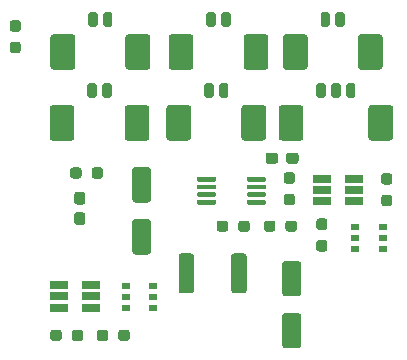
<source format=gtp>
G04 #@! TF.GenerationSoftware,KiCad,Pcbnew,5.1.10-88a1d61d58~90~ubuntu20.04.1*
G04 #@! TF.CreationDate,2021-11-23T17:05:44+00:00*
G04 #@! TF.ProjectId,LiPo-power,4c69506f-2d70-46f7-9765-722e6b696361,rev?*
G04 #@! TF.SameCoordinates,Original*
G04 #@! TF.FileFunction,Paste,Top*
G04 #@! TF.FilePolarity,Positive*
%FSLAX46Y46*%
G04 Gerber Fmt 4.6, Leading zero omitted, Abs format (unit mm)*
G04 Created by KiCad (PCBNEW 5.1.10-88a1d61d58~90~ubuntu20.04.1) date 2021-11-23 17:05:44*
%MOMM*%
%LPD*%
G01*
G04 APERTURE LIST*
%ADD10R,1.560000X0.650000*%
%ADD11R,0.700000X0.510000*%
G04 APERTURE END LIST*
G36*
G01*
X123037500Y-72287500D02*
X122562500Y-72287500D01*
G75*
G02*
X122325000Y-72050000I0J237500D01*
G01*
X122325000Y-71550000D01*
G75*
G02*
X122562500Y-71312500I237500J0D01*
G01*
X123037500Y-71312500D01*
G75*
G02*
X123275000Y-71550000I0J-237500D01*
G01*
X123275000Y-72050000D01*
G75*
G02*
X123037500Y-72287500I-237500J0D01*
G01*
G37*
G36*
G01*
X123037500Y-74112500D02*
X122562500Y-74112500D01*
G75*
G02*
X122325000Y-73875000I0J237500D01*
G01*
X122325000Y-73375000D01*
G75*
G02*
X122562500Y-73137500I237500J0D01*
G01*
X123037500Y-73137500D01*
G75*
G02*
X123275000Y-73375000I0J-237500D01*
G01*
X123275000Y-73875000D01*
G75*
G02*
X123037500Y-74112500I-237500J0D01*
G01*
G37*
G36*
G01*
X146237500Y-85162500D02*
X145762500Y-85162500D01*
G75*
G02*
X145525000Y-84925000I0J237500D01*
G01*
X145525000Y-84425000D01*
G75*
G02*
X145762500Y-84187500I237500J0D01*
G01*
X146237500Y-84187500D01*
G75*
G02*
X146475000Y-84425000I0J-237500D01*
G01*
X146475000Y-84925000D01*
G75*
G02*
X146237500Y-85162500I-237500J0D01*
G01*
G37*
G36*
G01*
X146237500Y-86987500D02*
X145762500Y-86987500D01*
G75*
G02*
X145525000Y-86750000I0J237500D01*
G01*
X145525000Y-86250000D01*
G75*
G02*
X145762500Y-86012500I237500J0D01*
G01*
X146237500Y-86012500D01*
G75*
G02*
X146475000Y-86250000I0J-237500D01*
G01*
X146475000Y-86750000D01*
G75*
G02*
X146237500Y-86987500I-237500J0D01*
G01*
G37*
D10*
X129200000Y-94700000D03*
X129200000Y-93750000D03*
X129200000Y-95650000D03*
X126500000Y-95650000D03*
X126500000Y-94700000D03*
X126500000Y-93750000D03*
G36*
G01*
X130662500Y-97762500D02*
X130662500Y-98237500D01*
G75*
G02*
X130425000Y-98475000I-237500J0D01*
G01*
X129925000Y-98475000D01*
G75*
G02*
X129687500Y-98237500I0J237500D01*
G01*
X129687500Y-97762500D01*
G75*
G02*
X129925000Y-97525000I237500J0D01*
G01*
X130425000Y-97525000D01*
G75*
G02*
X130662500Y-97762500I0J-237500D01*
G01*
G37*
G36*
G01*
X132487500Y-97762500D02*
X132487500Y-98237500D01*
G75*
G02*
X132250000Y-98475000I-237500J0D01*
G01*
X131750000Y-98475000D01*
G75*
G02*
X131512500Y-98237500I0J237500D01*
G01*
X131512500Y-97762500D01*
G75*
G02*
X131750000Y-97525000I237500J0D01*
G01*
X132250000Y-97525000D01*
G75*
G02*
X132487500Y-97762500I0J-237500D01*
G01*
G37*
G36*
G01*
X126737500Y-97762500D02*
X126737500Y-98237500D01*
G75*
G02*
X126500000Y-98475000I-237500J0D01*
G01*
X126000000Y-98475000D01*
G75*
G02*
X125762500Y-98237500I0J237500D01*
G01*
X125762500Y-97762500D01*
G75*
G02*
X126000000Y-97525000I237500J0D01*
G01*
X126500000Y-97525000D01*
G75*
G02*
X126737500Y-97762500I0J-237500D01*
G01*
G37*
G36*
G01*
X128562500Y-97762500D02*
X128562500Y-98237500D01*
G75*
G02*
X128325000Y-98475000I-237500J0D01*
G01*
X127825000Y-98475000D01*
G75*
G02*
X127587500Y-98237500I0J237500D01*
G01*
X127587500Y-97762500D01*
G75*
G02*
X127825000Y-97525000I237500J0D01*
G01*
X128325000Y-97525000D01*
G75*
G02*
X128562500Y-97762500I0J-237500D01*
G01*
G37*
D11*
X134500000Y-93800000D03*
X134500000Y-94750000D03*
X134500000Y-95700000D03*
X132180000Y-95700000D03*
X132180000Y-94750000D03*
X132180000Y-93800000D03*
G36*
G01*
X129262500Y-84487500D02*
X129262500Y-84012500D01*
G75*
G02*
X129500000Y-83775000I237500J0D01*
G01*
X130000000Y-83775000D01*
G75*
G02*
X130237500Y-84012500I0J-237500D01*
G01*
X130237500Y-84487500D01*
G75*
G02*
X130000000Y-84725000I-237500J0D01*
G01*
X129500000Y-84725000D01*
G75*
G02*
X129262500Y-84487500I0J237500D01*
G01*
G37*
G36*
G01*
X127437500Y-84487500D02*
X127437500Y-84012500D01*
G75*
G02*
X127675000Y-83775000I237500J0D01*
G01*
X128175000Y-83775000D01*
G75*
G02*
X128412500Y-84012500I0J-237500D01*
G01*
X128412500Y-84487500D01*
G75*
G02*
X128175000Y-84725000I-237500J0D01*
G01*
X127675000Y-84725000D01*
G75*
G02*
X127437500Y-84487500I0J237500D01*
G01*
G37*
G36*
G01*
X140825000Y-88512500D02*
X140825000Y-88987500D01*
G75*
G02*
X140587500Y-89225000I-237500J0D01*
G01*
X140087500Y-89225000D01*
G75*
G02*
X139850000Y-88987500I0J237500D01*
G01*
X139850000Y-88512500D01*
G75*
G02*
X140087500Y-88275000I237500J0D01*
G01*
X140587500Y-88275000D01*
G75*
G02*
X140825000Y-88512500I0J-237500D01*
G01*
G37*
G36*
G01*
X142650000Y-88512500D02*
X142650000Y-88987500D01*
G75*
G02*
X142412500Y-89225000I-237500J0D01*
G01*
X141912500Y-89225000D01*
G75*
G02*
X141675000Y-88987500I0J237500D01*
G01*
X141675000Y-88512500D01*
G75*
G02*
X141912500Y-88275000I237500J0D01*
G01*
X142412500Y-88275000D01*
G75*
G02*
X142650000Y-88512500I0J-237500D01*
G01*
G37*
G36*
G01*
X144825000Y-88512500D02*
X144825000Y-88987500D01*
G75*
G02*
X144587500Y-89225000I-237500J0D01*
G01*
X144087500Y-89225000D01*
G75*
G02*
X143850000Y-88987500I0J237500D01*
G01*
X143850000Y-88512500D01*
G75*
G02*
X144087500Y-88275000I237500J0D01*
G01*
X144587500Y-88275000D01*
G75*
G02*
X144825000Y-88512500I0J-237500D01*
G01*
G37*
G36*
G01*
X146650000Y-88512500D02*
X146650000Y-88987500D01*
G75*
G02*
X146412500Y-89225000I-237500J0D01*
G01*
X145912500Y-89225000D01*
G75*
G02*
X145675000Y-88987500I0J237500D01*
G01*
X145675000Y-88512500D01*
G75*
G02*
X145912500Y-88275000I237500J0D01*
G01*
X146412500Y-88275000D01*
G75*
G02*
X146650000Y-88512500I0J-237500D01*
G01*
G37*
G36*
G01*
X154012500Y-86087500D02*
X154487500Y-86087500D01*
G75*
G02*
X154725000Y-86325000I0J-237500D01*
G01*
X154725000Y-86825000D01*
G75*
G02*
X154487500Y-87062500I-237500J0D01*
G01*
X154012500Y-87062500D01*
G75*
G02*
X153775000Y-86825000I0J237500D01*
G01*
X153775000Y-86325000D01*
G75*
G02*
X154012500Y-86087500I237500J0D01*
G01*
G37*
G36*
G01*
X154012500Y-84262500D02*
X154487500Y-84262500D01*
G75*
G02*
X154725000Y-84500000I0J-237500D01*
G01*
X154725000Y-85000000D01*
G75*
G02*
X154487500Y-85237500I-237500J0D01*
G01*
X154012500Y-85237500D01*
G75*
G02*
X153775000Y-85000000I0J237500D01*
G01*
X153775000Y-84500000D01*
G75*
G02*
X154012500Y-84262500I237500J0D01*
G01*
G37*
G36*
G01*
X148512500Y-89925000D02*
X148987500Y-89925000D01*
G75*
G02*
X149225000Y-90162500I0J-237500D01*
G01*
X149225000Y-90662500D01*
G75*
G02*
X148987500Y-90900000I-237500J0D01*
G01*
X148512500Y-90900000D01*
G75*
G02*
X148275000Y-90662500I0J237500D01*
G01*
X148275000Y-90162500D01*
G75*
G02*
X148512500Y-89925000I237500J0D01*
G01*
G37*
G36*
G01*
X148512500Y-88100000D02*
X148987500Y-88100000D01*
G75*
G02*
X149225000Y-88337500I0J-237500D01*
G01*
X149225000Y-88837500D01*
G75*
G02*
X148987500Y-89075000I-237500J0D01*
G01*
X148512500Y-89075000D01*
G75*
G02*
X148275000Y-88837500I0J237500D01*
G01*
X148275000Y-88337500D01*
G75*
G02*
X148512500Y-88100000I237500J0D01*
G01*
G37*
G36*
G01*
X128012500Y-87575000D02*
X128487500Y-87575000D01*
G75*
G02*
X128725000Y-87812500I0J-237500D01*
G01*
X128725000Y-88412500D01*
G75*
G02*
X128487500Y-88650000I-237500J0D01*
G01*
X128012500Y-88650000D01*
G75*
G02*
X127775000Y-88412500I0J237500D01*
G01*
X127775000Y-87812500D01*
G75*
G02*
X128012500Y-87575000I237500J0D01*
G01*
G37*
G36*
G01*
X128012500Y-85850000D02*
X128487500Y-85850000D01*
G75*
G02*
X128725000Y-86087500I0J-237500D01*
G01*
X128725000Y-86687500D01*
G75*
G02*
X128487500Y-86925000I-237500J0D01*
G01*
X128012500Y-86925000D01*
G75*
G02*
X127775000Y-86687500I0J237500D01*
G01*
X127775000Y-86087500D01*
G75*
G02*
X128012500Y-85850000I237500J0D01*
G01*
G37*
G36*
G01*
X145712500Y-83237500D02*
X145712500Y-82762500D01*
G75*
G02*
X145950000Y-82525000I237500J0D01*
G01*
X146550000Y-82525000D01*
G75*
G02*
X146787500Y-82762500I0J-237500D01*
G01*
X146787500Y-83237500D01*
G75*
G02*
X146550000Y-83475000I-237500J0D01*
G01*
X145950000Y-83475000D01*
G75*
G02*
X145712500Y-83237500I0J237500D01*
G01*
G37*
G36*
G01*
X143987500Y-83237500D02*
X143987500Y-82762500D01*
G75*
G02*
X144225000Y-82525000I237500J0D01*
G01*
X144825000Y-82525000D01*
G75*
G02*
X145062500Y-82762500I0J-237500D01*
G01*
X145062500Y-83237500D01*
G75*
G02*
X144825000Y-83475000I-237500J0D01*
G01*
X144225000Y-83475000D01*
G75*
G02*
X143987500Y-83237500I0J237500D01*
G01*
G37*
G36*
G01*
X141950000Y-81250100D02*
X141950000Y-78749900D01*
G75*
G02*
X142199900Y-78500000I249900J0D01*
G01*
X143800100Y-78500000D01*
G75*
G02*
X144050000Y-78749900I0J-249900D01*
G01*
X144050000Y-81250100D01*
G75*
G02*
X143800100Y-81500000I-249900J0D01*
G01*
X142199900Y-81500000D01*
G75*
G02*
X141950000Y-81250100I0J249900D01*
G01*
G37*
G36*
G01*
X135600000Y-81250100D02*
X135600000Y-78749900D01*
G75*
G02*
X135849900Y-78500000I249900J0D01*
G01*
X137450100Y-78500000D01*
G75*
G02*
X137700000Y-78749900I0J-249900D01*
G01*
X137700000Y-81250100D01*
G75*
G02*
X137450100Y-81500000I-249900J0D01*
G01*
X135849900Y-81500000D01*
G75*
G02*
X135600000Y-81250100I0J249900D01*
G01*
G37*
G36*
G01*
X140050000Y-77700000D02*
X140050000Y-76800000D01*
G75*
G02*
X140250000Y-76600000I200000J0D01*
G01*
X140650000Y-76600000D01*
G75*
G02*
X140850000Y-76800000I0J-200000D01*
G01*
X140850000Y-77700000D01*
G75*
G02*
X140650000Y-77900000I-200000J0D01*
G01*
X140250000Y-77900000D01*
G75*
G02*
X140050000Y-77700000I0J200000D01*
G01*
G37*
G36*
G01*
X138800000Y-77700000D02*
X138800000Y-76800000D01*
G75*
G02*
X139000000Y-76600000I200000J0D01*
G01*
X139400000Y-76600000D01*
G75*
G02*
X139600000Y-76800000I0J-200000D01*
G01*
X139600000Y-77700000D01*
G75*
G02*
X139400000Y-77900000I-200000J0D01*
G01*
X139000000Y-77900000D01*
G75*
G02*
X138800000Y-77700000I0J200000D01*
G01*
G37*
G36*
G01*
X132050000Y-81250100D02*
X132050000Y-78749900D01*
G75*
G02*
X132299900Y-78500000I249900J0D01*
G01*
X133900100Y-78500000D01*
G75*
G02*
X134150000Y-78749900I0J-249900D01*
G01*
X134150000Y-81250100D01*
G75*
G02*
X133900100Y-81500000I-249900J0D01*
G01*
X132299900Y-81500000D01*
G75*
G02*
X132050000Y-81250100I0J249900D01*
G01*
G37*
G36*
G01*
X125700000Y-81250100D02*
X125700000Y-78749900D01*
G75*
G02*
X125949900Y-78500000I249900J0D01*
G01*
X127550100Y-78500000D01*
G75*
G02*
X127800000Y-78749900I0J-249900D01*
G01*
X127800000Y-81250100D01*
G75*
G02*
X127550100Y-81500000I-249900J0D01*
G01*
X125949900Y-81500000D01*
G75*
G02*
X125700000Y-81250100I0J249900D01*
G01*
G37*
G36*
G01*
X130150000Y-77700000D02*
X130150000Y-76800000D01*
G75*
G02*
X130350000Y-76600000I200000J0D01*
G01*
X130750000Y-76600000D01*
G75*
G02*
X130950000Y-76800000I0J-200000D01*
G01*
X130950000Y-77700000D01*
G75*
G02*
X130750000Y-77900000I-200000J0D01*
G01*
X130350000Y-77900000D01*
G75*
G02*
X130150000Y-77700000I0J200000D01*
G01*
G37*
G36*
G01*
X128900000Y-77700000D02*
X128900000Y-76800000D01*
G75*
G02*
X129100000Y-76600000I200000J0D01*
G01*
X129500000Y-76600000D01*
G75*
G02*
X129700000Y-76800000I0J-200000D01*
G01*
X129700000Y-77700000D01*
G75*
G02*
X129500000Y-77900000I-200000J0D01*
G01*
X129100000Y-77900000D01*
G75*
G02*
X128900000Y-77700000I0J200000D01*
G01*
G37*
G36*
G01*
X151800000Y-75250100D02*
X151800000Y-72749900D01*
G75*
G02*
X152049900Y-72500000I249900J0D01*
G01*
X153650100Y-72500000D01*
G75*
G02*
X153900000Y-72749900I0J-249900D01*
G01*
X153900000Y-75250100D01*
G75*
G02*
X153650100Y-75500000I-249900J0D01*
G01*
X152049900Y-75500000D01*
G75*
G02*
X151800000Y-75250100I0J249900D01*
G01*
G37*
G36*
G01*
X145450000Y-75250100D02*
X145450000Y-72749900D01*
G75*
G02*
X145699900Y-72500000I249900J0D01*
G01*
X147300100Y-72500000D01*
G75*
G02*
X147550000Y-72749900I0J-249900D01*
G01*
X147550000Y-75250100D01*
G75*
G02*
X147300100Y-75500000I-249900J0D01*
G01*
X145699900Y-75500000D01*
G75*
G02*
X145450000Y-75250100I0J249900D01*
G01*
G37*
G36*
G01*
X149900000Y-71700000D02*
X149900000Y-70800000D01*
G75*
G02*
X150100000Y-70600000I200000J0D01*
G01*
X150500000Y-70600000D01*
G75*
G02*
X150700000Y-70800000I0J-200000D01*
G01*
X150700000Y-71700000D01*
G75*
G02*
X150500000Y-71900000I-200000J0D01*
G01*
X150100000Y-71900000D01*
G75*
G02*
X149900000Y-71700000I0J200000D01*
G01*
G37*
G36*
G01*
X148650000Y-71700000D02*
X148650000Y-70800000D01*
G75*
G02*
X148850000Y-70600000I200000J0D01*
G01*
X149250000Y-70600000D01*
G75*
G02*
X149450000Y-70800000I0J-200000D01*
G01*
X149450000Y-71700000D01*
G75*
G02*
X149250000Y-71900000I-200000J0D01*
G01*
X148850000Y-71900000D01*
G75*
G02*
X148650000Y-71700000I0J200000D01*
G01*
G37*
G36*
G01*
X142125000Y-75250100D02*
X142125000Y-72749900D01*
G75*
G02*
X142374900Y-72500000I249900J0D01*
G01*
X143975100Y-72500000D01*
G75*
G02*
X144225000Y-72749900I0J-249900D01*
G01*
X144225000Y-75250100D01*
G75*
G02*
X143975100Y-75500000I-249900J0D01*
G01*
X142374900Y-75500000D01*
G75*
G02*
X142125000Y-75250100I0J249900D01*
G01*
G37*
G36*
G01*
X135775000Y-75250100D02*
X135775000Y-72749900D01*
G75*
G02*
X136024900Y-72500000I249900J0D01*
G01*
X137625100Y-72500000D01*
G75*
G02*
X137875000Y-72749900I0J-249900D01*
G01*
X137875000Y-75250100D01*
G75*
G02*
X137625100Y-75500000I-249900J0D01*
G01*
X136024900Y-75500000D01*
G75*
G02*
X135775000Y-75250100I0J249900D01*
G01*
G37*
G36*
G01*
X140225000Y-71700000D02*
X140225000Y-70800000D01*
G75*
G02*
X140425000Y-70600000I200000J0D01*
G01*
X140825000Y-70600000D01*
G75*
G02*
X141025000Y-70800000I0J-200000D01*
G01*
X141025000Y-71700000D01*
G75*
G02*
X140825000Y-71900000I-200000J0D01*
G01*
X140425000Y-71900000D01*
G75*
G02*
X140225000Y-71700000I0J200000D01*
G01*
G37*
G36*
G01*
X138975000Y-71700000D02*
X138975000Y-70800000D01*
G75*
G02*
X139175000Y-70600000I200000J0D01*
G01*
X139575000Y-70600000D01*
G75*
G02*
X139775000Y-70800000I0J-200000D01*
G01*
X139775000Y-71700000D01*
G75*
G02*
X139575000Y-71900000I-200000J0D01*
G01*
X139175000Y-71900000D01*
G75*
G02*
X138975000Y-71700000I0J200000D01*
G01*
G37*
G36*
G01*
X132125000Y-75250100D02*
X132125000Y-72749900D01*
G75*
G02*
X132374900Y-72500000I249900J0D01*
G01*
X133975100Y-72500000D01*
G75*
G02*
X134225000Y-72749900I0J-249900D01*
G01*
X134225000Y-75250100D01*
G75*
G02*
X133975100Y-75500000I-249900J0D01*
G01*
X132374900Y-75500000D01*
G75*
G02*
X132125000Y-75250100I0J249900D01*
G01*
G37*
G36*
G01*
X125775000Y-75250100D02*
X125775000Y-72749900D01*
G75*
G02*
X126024900Y-72500000I249900J0D01*
G01*
X127625100Y-72500000D01*
G75*
G02*
X127875000Y-72749900I0J-249900D01*
G01*
X127875000Y-75250100D01*
G75*
G02*
X127625100Y-75500000I-249900J0D01*
G01*
X126024900Y-75500000D01*
G75*
G02*
X125775000Y-75250100I0J249900D01*
G01*
G37*
G36*
G01*
X130225000Y-71700000D02*
X130225000Y-70800000D01*
G75*
G02*
X130425000Y-70600000I200000J0D01*
G01*
X130825000Y-70600000D01*
G75*
G02*
X131025000Y-70800000I0J-200000D01*
G01*
X131025000Y-71700000D01*
G75*
G02*
X130825000Y-71900000I-200000J0D01*
G01*
X130425000Y-71900000D01*
G75*
G02*
X130225000Y-71700000I0J200000D01*
G01*
G37*
G36*
G01*
X128975000Y-71700000D02*
X128975000Y-70800000D01*
G75*
G02*
X129175000Y-70600000I200000J0D01*
G01*
X129575000Y-70600000D01*
G75*
G02*
X129775000Y-70800000I0J-200000D01*
G01*
X129775000Y-71700000D01*
G75*
G02*
X129575000Y-71900000I-200000J0D01*
G01*
X129175000Y-71900000D01*
G75*
G02*
X128975000Y-71700000I0J200000D01*
G01*
G37*
G36*
G01*
X139800000Y-86625000D02*
X139800000Y-86825000D01*
G75*
G02*
X139700000Y-86925000I-100000J0D01*
G01*
X138275000Y-86925000D01*
G75*
G02*
X138175000Y-86825000I0J100000D01*
G01*
X138175000Y-86625000D01*
G75*
G02*
X138275000Y-86525000I100000J0D01*
G01*
X139700000Y-86525000D01*
G75*
G02*
X139800000Y-86625000I0J-100000D01*
G01*
G37*
G36*
G01*
X139800000Y-85975000D02*
X139800000Y-86175000D01*
G75*
G02*
X139700000Y-86275000I-100000J0D01*
G01*
X138275000Y-86275000D01*
G75*
G02*
X138175000Y-86175000I0J100000D01*
G01*
X138175000Y-85975000D01*
G75*
G02*
X138275000Y-85875000I100000J0D01*
G01*
X139700000Y-85875000D01*
G75*
G02*
X139800000Y-85975000I0J-100000D01*
G01*
G37*
G36*
G01*
X139800000Y-85325000D02*
X139800000Y-85525000D01*
G75*
G02*
X139700000Y-85625000I-100000J0D01*
G01*
X138275000Y-85625000D01*
G75*
G02*
X138175000Y-85525000I0J100000D01*
G01*
X138175000Y-85325000D01*
G75*
G02*
X138275000Y-85225000I100000J0D01*
G01*
X139700000Y-85225000D01*
G75*
G02*
X139800000Y-85325000I0J-100000D01*
G01*
G37*
G36*
G01*
X139800000Y-84675000D02*
X139800000Y-84875000D01*
G75*
G02*
X139700000Y-84975000I-100000J0D01*
G01*
X138275000Y-84975000D01*
G75*
G02*
X138175000Y-84875000I0J100000D01*
G01*
X138175000Y-84675000D01*
G75*
G02*
X138275000Y-84575000I100000J0D01*
G01*
X139700000Y-84575000D01*
G75*
G02*
X139800000Y-84675000I0J-100000D01*
G01*
G37*
G36*
G01*
X144025000Y-84675000D02*
X144025000Y-84875000D01*
G75*
G02*
X143925000Y-84975000I-100000J0D01*
G01*
X142500000Y-84975000D01*
G75*
G02*
X142400000Y-84875000I0J100000D01*
G01*
X142400000Y-84675000D01*
G75*
G02*
X142500000Y-84575000I100000J0D01*
G01*
X143925000Y-84575000D01*
G75*
G02*
X144025000Y-84675000I0J-100000D01*
G01*
G37*
G36*
G01*
X144025000Y-85325000D02*
X144025000Y-85525000D01*
G75*
G02*
X143925000Y-85625000I-100000J0D01*
G01*
X142500000Y-85625000D01*
G75*
G02*
X142400000Y-85525000I0J100000D01*
G01*
X142400000Y-85325000D01*
G75*
G02*
X142500000Y-85225000I100000J0D01*
G01*
X143925000Y-85225000D01*
G75*
G02*
X144025000Y-85325000I0J-100000D01*
G01*
G37*
G36*
G01*
X144025000Y-85975000D02*
X144025000Y-86175000D01*
G75*
G02*
X143925000Y-86275000I-100000J0D01*
G01*
X142500000Y-86275000D01*
G75*
G02*
X142400000Y-86175000I0J100000D01*
G01*
X142400000Y-85975000D01*
G75*
G02*
X142500000Y-85875000I100000J0D01*
G01*
X143925000Y-85875000D01*
G75*
G02*
X144025000Y-85975000I0J-100000D01*
G01*
G37*
G36*
G01*
X144025000Y-86625000D02*
X144025000Y-86825000D01*
G75*
G02*
X143925000Y-86925000I-100000J0D01*
G01*
X142500000Y-86925000D01*
G75*
G02*
X142400000Y-86825000I0J100000D01*
G01*
X142400000Y-86625000D01*
G75*
G02*
X142500000Y-86525000I100000J0D01*
G01*
X143925000Y-86525000D01*
G75*
G02*
X144025000Y-86625000I0J-100000D01*
G01*
G37*
D10*
X151500000Y-85700000D03*
X151500000Y-84750000D03*
X151500000Y-86650000D03*
X148800000Y-86650000D03*
X148800000Y-85700000D03*
X148800000Y-84750000D03*
D11*
X151590000Y-90700000D03*
X151590000Y-89750000D03*
X151590000Y-88800000D03*
X153910000Y-88800000D03*
X153910000Y-89750000D03*
X153910000Y-90700000D03*
G36*
G01*
X137925000Y-91299999D02*
X137925000Y-94200001D01*
G75*
G02*
X137675001Y-94450000I-249999J0D01*
G01*
X136874999Y-94450000D01*
G75*
G02*
X136625000Y-94200001I0J249999D01*
G01*
X136625000Y-91299999D01*
G75*
G02*
X136874999Y-91050000I249999J0D01*
G01*
X137675001Y-91050000D01*
G75*
G02*
X137925000Y-91299999I0J-249999D01*
G01*
G37*
G36*
G01*
X142375000Y-91299999D02*
X142375000Y-94200001D01*
G75*
G02*
X142125001Y-94450000I-249999J0D01*
G01*
X141324999Y-94450000D01*
G75*
G02*
X141075000Y-94200001I0J249999D01*
G01*
X141075000Y-91299999D01*
G75*
G02*
X141324999Y-91050000I249999J0D01*
G01*
X142125001Y-91050000D01*
G75*
G02*
X142375000Y-91299999I0J-249999D01*
G01*
G37*
G36*
G01*
X152700000Y-81250100D02*
X152700000Y-78749900D01*
G75*
G02*
X152949900Y-78500000I249900J0D01*
G01*
X154550100Y-78500000D01*
G75*
G02*
X154800000Y-78749900I0J-249900D01*
G01*
X154800000Y-81250100D01*
G75*
G02*
X154550100Y-81500000I-249900J0D01*
G01*
X152949900Y-81500000D01*
G75*
G02*
X152700000Y-81250100I0J249900D01*
G01*
G37*
G36*
G01*
X145100000Y-81250100D02*
X145100000Y-78749900D01*
G75*
G02*
X145349900Y-78500000I249900J0D01*
G01*
X146950100Y-78500000D01*
G75*
G02*
X147200000Y-78749900I0J-249900D01*
G01*
X147200000Y-81250100D01*
G75*
G02*
X146950100Y-81500000I-249900J0D01*
G01*
X145349900Y-81500000D01*
G75*
G02*
X145100000Y-81250100I0J249900D01*
G01*
G37*
G36*
G01*
X150800000Y-77700000D02*
X150800000Y-76800000D01*
G75*
G02*
X151000000Y-76600000I200000J0D01*
G01*
X151400000Y-76600000D01*
G75*
G02*
X151600000Y-76800000I0J-200000D01*
G01*
X151600000Y-77700000D01*
G75*
G02*
X151400000Y-77900000I-200000J0D01*
G01*
X151000000Y-77900000D01*
G75*
G02*
X150800000Y-77700000I0J200000D01*
G01*
G37*
G36*
G01*
X149550000Y-77700000D02*
X149550000Y-76800000D01*
G75*
G02*
X149750000Y-76600000I200000J0D01*
G01*
X150150000Y-76600000D01*
G75*
G02*
X150350000Y-76800000I0J-200000D01*
G01*
X150350000Y-77700000D01*
G75*
G02*
X150150000Y-77900000I-200000J0D01*
G01*
X149750000Y-77900000D01*
G75*
G02*
X149550000Y-77700000I0J200000D01*
G01*
G37*
G36*
G01*
X148300000Y-77700000D02*
X148300000Y-76800000D01*
G75*
G02*
X148500000Y-76600000I200000J0D01*
G01*
X148900000Y-76600000D01*
G75*
G02*
X149100000Y-76800000I0J-200000D01*
G01*
X149100000Y-77700000D01*
G75*
G02*
X148900000Y-77900000I-200000J0D01*
G01*
X148500000Y-77900000D01*
G75*
G02*
X148300000Y-77700000I0J200000D01*
G01*
G37*
G36*
G01*
X145650000Y-96100000D02*
X146750000Y-96100000D01*
G75*
G02*
X147000000Y-96350000I0J-250000D01*
G01*
X147000000Y-98850000D01*
G75*
G02*
X146750000Y-99100000I-250000J0D01*
G01*
X145650000Y-99100000D01*
G75*
G02*
X145400000Y-98850000I0J250000D01*
G01*
X145400000Y-96350000D01*
G75*
G02*
X145650000Y-96100000I250000J0D01*
G01*
G37*
G36*
G01*
X145650000Y-91700000D02*
X146750000Y-91700000D01*
G75*
G02*
X147000000Y-91950000I0J-250000D01*
G01*
X147000000Y-94450000D01*
G75*
G02*
X146750000Y-94700000I-250000J0D01*
G01*
X145650000Y-94700000D01*
G75*
G02*
X145400000Y-94450000I0J250000D01*
G01*
X145400000Y-91950000D01*
G75*
G02*
X145650000Y-91700000I250000J0D01*
G01*
G37*
G36*
G01*
X132950000Y-88150000D02*
X134050000Y-88150000D01*
G75*
G02*
X134300000Y-88400000I0J-250000D01*
G01*
X134300000Y-90900000D01*
G75*
G02*
X134050000Y-91150000I-250000J0D01*
G01*
X132950000Y-91150000D01*
G75*
G02*
X132700000Y-90900000I0J250000D01*
G01*
X132700000Y-88400000D01*
G75*
G02*
X132950000Y-88150000I250000J0D01*
G01*
G37*
G36*
G01*
X132950000Y-83750000D02*
X134050000Y-83750000D01*
G75*
G02*
X134300000Y-84000000I0J-250000D01*
G01*
X134300000Y-86500000D01*
G75*
G02*
X134050000Y-86750000I-250000J0D01*
G01*
X132950000Y-86750000D01*
G75*
G02*
X132700000Y-86500000I0J250000D01*
G01*
X132700000Y-84000000D01*
G75*
G02*
X132950000Y-83750000I250000J0D01*
G01*
G37*
M02*

</source>
